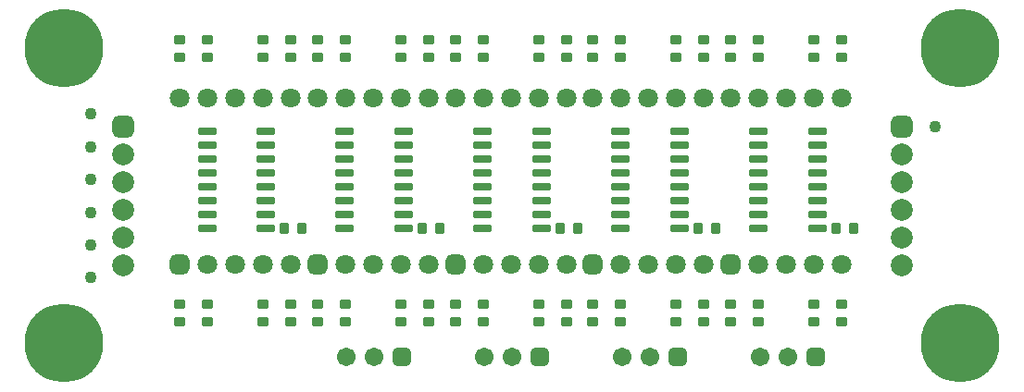
<source format=gbs>
G04*
G04 #@! TF.GenerationSoftware,Altium Limited,Altium Designer,21.2.1 (34)*
G04*
G04 Layer_Color=16711935*
%FSTAX24Y24*%
%MOIN*%
G70*
G04*
G04 #@! TF.SameCoordinates,B5EDC26F-F54B-4B64-A331-42E7CDC04EED*
G04*
G04*
G04 #@! TF.FilePolarity,Negative*
G04*
G01*
G75*
%ADD12C,0.0789*%
G04:AMPARAMS|DCode=13|XSize=78.9mil|YSize=78.9mil|CornerRadius=21.7mil|HoleSize=0mil|Usage=FLASHONLY|Rotation=270.000|XOffset=0mil|YOffset=0mil|HoleType=Round|Shape=RoundedRectangle|*
%AMROUNDEDRECTD13*
21,1,0.0789,0.0354,0,0,270.0*
21,1,0.0354,0.0789,0,0,270.0*
1,1,0.0434,-0.0177,-0.0177*
1,1,0.0434,-0.0177,0.0177*
1,1,0.0434,0.0177,0.0177*
1,1,0.0434,0.0177,-0.0177*
%
%ADD13ROUNDEDRECTD13*%
%ADD14C,0.0671*%
G04:AMPARAMS|DCode=15|XSize=67.1mil|YSize=67.1mil|CornerRadius=18.8mil|HoleSize=0mil|Usage=FLASHONLY|Rotation=180.000|XOffset=0mil|YOffset=0mil|HoleType=Round|Shape=RoundedRectangle|*
%AMROUNDEDRECTD15*
21,1,0.0671,0.0295,0,0,180.0*
21,1,0.0295,0.0671,0,0,180.0*
1,1,0.0375,-0.0148,0.0148*
1,1,0.0375,0.0148,0.0148*
1,1,0.0375,0.0148,-0.0148*
1,1,0.0375,-0.0148,-0.0148*
%
%ADD15ROUNDEDRECTD15*%
%ADD16C,0.2836*%
%ADD17C,0.0710*%
G04:AMPARAMS|DCode=18|XSize=71mil|YSize=71mil|CornerRadius=19.7mil|HoleSize=0mil|Usage=FLASHONLY|Rotation=0.000|XOffset=0mil|YOffset=0mil|HoleType=Round|Shape=RoundedRectangle|*
%AMROUNDEDRECTD18*
21,1,0.0710,0.0315,0,0,0.0*
21,1,0.0315,0.0710,0,0,0.0*
1,1,0.0395,0.0157,-0.0157*
1,1,0.0395,-0.0157,-0.0157*
1,1,0.0395,-0.0157,0.0157*
1,1,0.0395,0.0157,0.0157*
%
%ADD18ROUNDEDRECTD18*%
G04:AMPARAMS|DCode=35|XSize=67.1mil|YSize=29.7mil|CornerRadius=9.4mil|HoleSize=0mil|Usage=FLASHONLY|Rotation=0.000|XOffset=0mil|YOffset=0mil|HoleType=Round|Shape=RoundedRectangle|*
%AMROUNDEDRECTD35*
21,1,0.0671,0.0108,0,0,0.0*
21,1,0.0482,0.0297,0,0,0.0*
1,1,0.0188,0.0241,-0.0054*
1,1,0.0188,-0.0241,-0.0054*
1,1,0.0188,-0.0241,0.0054*
1,1,0.0188,0.0241,0.0054*
%
%ADD35ROUNDEDRECTD35*%
G04:AMPARAMS|DCode=36|XSize=67.1mil|YSize=29.7mil|CornerRadius=6.2mil|HoleSize=0mil|Usage=FLASHONLY|Rotation=0.000|XOffset=0mil|YOffset=0mil|HoleType=Round|Shape=RoundedRectangle|*
%AMROUNDEDRECTD36*
21,1,0.0671,0.0173,0,0,0.0*
21,1,0.0547,0.0297,0,0,0.0*
1,1,0.0123,0.0274,-0.0087*
1,1,0.0123,-0.0274,-0.0087*
1,1,0.0123,-0.0274,0.0087*
1,1,0.0123,0.0274,0.0087*
%
%ADD36ROUNDEDRECTD36*%
%ADD37C,0.0433*%
G04:AMPARAMS|DCode=38|XSize=41.3mil|YSize=35.4mil|CornerRadius=5.1mil|HoleSize=0mil|Usage=FLASHONLY|Rotation=270.000|XOffset=0mil|YOffset=0mil|HoleType=Round|Shape=RoundedRectangle|*
%AMROUNDEDRECTD38*
21,1,0.0413,0.0252,0,0,270.0*
21,1,0.0311,0.0354,0,0,270.0*
1,1,0.0102,-0.0126,-0.0156*
1,1,0.0102,-0.0126,0.0156*
1,1,0.0102,0.0126,0.0156*
1,1,0.0102,0.0126,-0.0156*
%
%ADD38ROUNDEDRECTD38*%
G04:AMPARAMS|DCode=39|XSize=41.3mil|YSize=35.4mil|CornerRadius=5.1mil|HoleSize=0mil|Usage=FLASHONLY|Rotation=180.000|XOffset=0mil|YOffset=0mil|HoleType=Round|Shape=RoundedRectangle|*
%AMROUNDEDRECTD39*
21,1,0.0413,0.0252,0,0,180.0*
21,1,0.0311,0.0354,0,0,180.0*
1,1,0.0102,-0.0156,0.0126*
1,1,0.0102,0.0156,0.0126*
1,1,0.0102,0.0156,-0.0126*
1,1,0.0102,-0.0156,-0.0126*
%
%ADD39ROUNDEDRECTD39*%
D12*
X05369Y022856D02*
D03*
Y023856D02*
D03*
Y024856D02*
D03*
Y025856D02*
D03*
Y026856D02*
D03*
X02564Y022856D02*
D03*
Y023856D02*
D03*
Y024856D02*
D03*
Y025856D02*
D03*
Y026856D02*
D03*
D13*
X05369Y027856D02*
D03*
X02564D02*
D03*
D14*
X048568Y019537D02*
D03*
X049568D02*
D03*
X043608D02*
D03*
X044608D02*
D03*
X038647D02*
D03*
X039647D02*
D03*
X033686D02*
D03*
X034686D02*
D03*
D15*
X050568D02*
D03*
X045608D02*
D03*
X040647D02*
D03*
X035686D02*
D03*
D16*
X055789Y030671D02*
D03*
Y020041D02*
D03*
X023505Y030671D02*
D03*
Y020041D02*
D03*
D17*
X051518Y028896D02*
D03*
X050518D02*
D03*
X049518D02*
D03*
X048518D02*
D03*
X047518D02*
D03*
X051518Y022896D02*
D03*
X050518D02*
D03*
X049518D02*
D03*
X048518D02*
D03*
X046558Y028896D02*
D03*
X045558D02*
D03*
X044558D02*
D03*
X043558D02*
D03*
X042558D02*
D03*
X046558Y022896D02*
D03*
X045558D02*
D03*
X044558D02*
D03*
X043558D02*
D03*
X041597Y028896D02*
D03*
X040597D02*
D03*
X039597D02*
D03*
X038597D02*
D03*
X037597D02*
D03*
X041597Y022896D02*
D03*
X040597D02*
D03*
X039597D02*
D03*
X038597D02*
D03*
X036636Y028896D02*
D03*
X035636D02*
D03*
X034636D02*
D03*
X033636D02*
D03*
X032636D02*
D03*
X036636Y022896D02*
D03*
X035636D02*
D03*
X034636D02*
D03*
X033636D02*
D03*
X031676Y028896D02*
D03*
X030676D02*
D03*
X029676D02*
D03*
X028676D02*
D03*
X027676D02*
D03*
X031676Y022896D02*
D03*
X030676D02*
D03*
X029676D02*
D03*
X028676D02*
D03*
D18*
X047518D02*
D03*
X042558D02*
D03*
X037597D02*
D03*
X032636D02*
D03*
X027676D02*
D03*
D35*
X048505Y027696D02*
D03*
Y027196D02*
D03*
Y026696D02*
D03*
Y026196D02*
D03*
Y025696D02*
D03*
Y025196D02*
D03*
Y024696D02*
D03*
X050631Y024196D02*
D03*
Y024696D02*
D03*
Y025196D02*
D03*
Y025696D02*
D03*
Y026196D02*
D03*
Y026696D02*
D03*
Y027196D02*
D03*
Y027696D02*
D03*
X043545D02*
D03*
Y027196D02*
D03*
Y026696D02*
D03*
Y026196D02*
D03*
Y025696D02*
D03*
Y025196D02*
D03*
Y024696D02*
D03*
X045671Y024196D02*
D03*
Y024696D02*
D03*
Y025196D02*
D03*
Y025696D02*
D03*
Y026196D02*
D03*
Y026696D02*
D03*
Y027196D02*
D03*
Y027696D02*
D03*
X038584D02*
D03*
Y027196D02*
D03*
Y026696D02*
D03*
Y026196D02*
D03*
Y025696D02*
D03*
Y025196D02*
D03*
Y024696D02*
D03*
X04071Y024196D02*
D03*
Y024696D02*
D03*
Y025196D02*
D03*
Y025696D02*
D03*
Y026196D02*
D03*
Y026696D02*
D03*
Y027196D02*
D03*
Y027696D02*
D03*
X033623D02*
D03*
Y027196D02*
D03*
Y026696D02*
D03*
Y026196D02*
D03*
Y025696D02*
D03*
Y025196D02*
D03*
Y024696D02*
D03*
X035749Y024196D02*
D03*
Y024696D02*
D03*
Y025196D02*
D03*
Y025696D02*
D03*
Y026196D02*
D03*
Y026696D02*
D03*
Y027196D02*
D03*
Y027696D02*
D03*
X028663D02*
D03*
Y027196D02*
D03*
Y026696D02*
D03*
Y026196D02*
D03*
Y025696D02*
D03*
Y025196D02*
D03*
Y024696D02*
D03*
X030789Y024196D02*
D03*
Y024696D02*
D03*
Y025196D02*
D03*
Y025696D02*
D03*
Y026196D02*
D03*
Y026696D02*
D03*
Y027196D02*
D03*
Y027696D02*
D03*
D36*
X048505Y024196D02*
D03*
X043545D02*
D03*
X038584D02*
D03*
X033623D02*
D03*
X028663D02*
D03*
D37*
X054871Y027856D02*
D03*
X024459Y022403D02*
D03*
Y023584D02*
D03*
Y024765D02*
D03*
Y025946D02*
D03*
Y027127D02*
D03*
Y028309D02*
D03*
D38*
X051931Y024196D02*
D03*
X051301D02*
D03*
X04697D02*
D03*
X04634D02*
D03*
X042009D02*
D03*
X041379D02*
D03*
X037049D02*
D03*
X036419D02*
D03*
X032088D02*
D03*
X031458D02*
D03*
D39*
X027676Y02081D02*
D03*
Y02144D02*
D03*
X028676Y02081D02*
D03*
Y02144D02*
D03*
X030676Y02081D02*
D03*
Y02144D02*
D03*
X031676Y02081D02*
D03*
Y02144D02*
D03*
X032636Y02081D02*
D03*
Y02144D02*
D03*
X033636Y02081D02*
D03*
Y02144D02*
D03*
X035636Y02081D02*
D03*
Y02144D02*
D03*
X036636Y02081D02*
D03*
Y02144D02*
D03*
X037597Y02081D02*
D03*
Y02144D02*
D03*
X038597Y02081D02*
D03*
Y02144D02*
D03*
X040597Y02081D02*
D03*
Y02144D02*
D03*
X041597Y02081D02*
D03*
Y02144D02*
D03*
X042558Y02081D02*
D03*
Y02144D02*
D03*
X043558Y02081D02*
D03*
Y02144D02*
D03*
X045558Y02081D02*
D03*
Y02144D02*
D03*
X046558Y02081D02*
D03*
Y02144D02*
D03*
X047518Y02081D02*
D03*
Y02144D02*
D03*
X048518Y02081D02*
D03*
Y02144D02*
D03*
X050518Y02081D02*
D03*
Y02144D02*
D03*
X051518Y02081D02*
D03*
Y02144D02*
D03*
X027676Y030353D02*
D03*
Y030983D02*
D03*
X028676Y030353D02*
D03*
Y030983D02*
D03*
X030676Y030353D02*
D03*
Y030983D02*
D03*
X031676Y030353D02*
D03*
Y030983D02*
D03*
X032636Y030353D02*
D03*
Y030983D02*
D03*
X033636Y030353D02*
D03*
Y030983D02*
D03*
X035636Y030353D02*
D03*
Y030983D02*
D03*
X036636Y030353D02*
D03*
Y030983D02*
D03*
X037597Y030353D02*
D03*
Y030983D02*
D03*
X038597Y030353D02*
D03*
Y030983D02*
D03*
X040597Y030353D02*
D03*
Y030983D02*
D03*
X041597Y030353D02*
D03*
Y030983D02*
D03*
X042558Y030353D02*
D03*
Y030983D02*
D03*
X043558Y030353D02*
D03*
Y030983D02*
D03*
X045558Y030353D02*
D03*
Y030983D02*
D03*
X046558Y030353D02*
D03*
Y030983D02*
D03*
X047518Y030353D02*
D03*
Y030983D02*
D03*
X048518Y030353D02*
D03*
Y030983D02*
D03*
X050518Y030353D02*
D03*
Y030983D02*
D03*
X051518Y030353D02*
D03*
Y030983D02*
D03*
M02*

</source>
